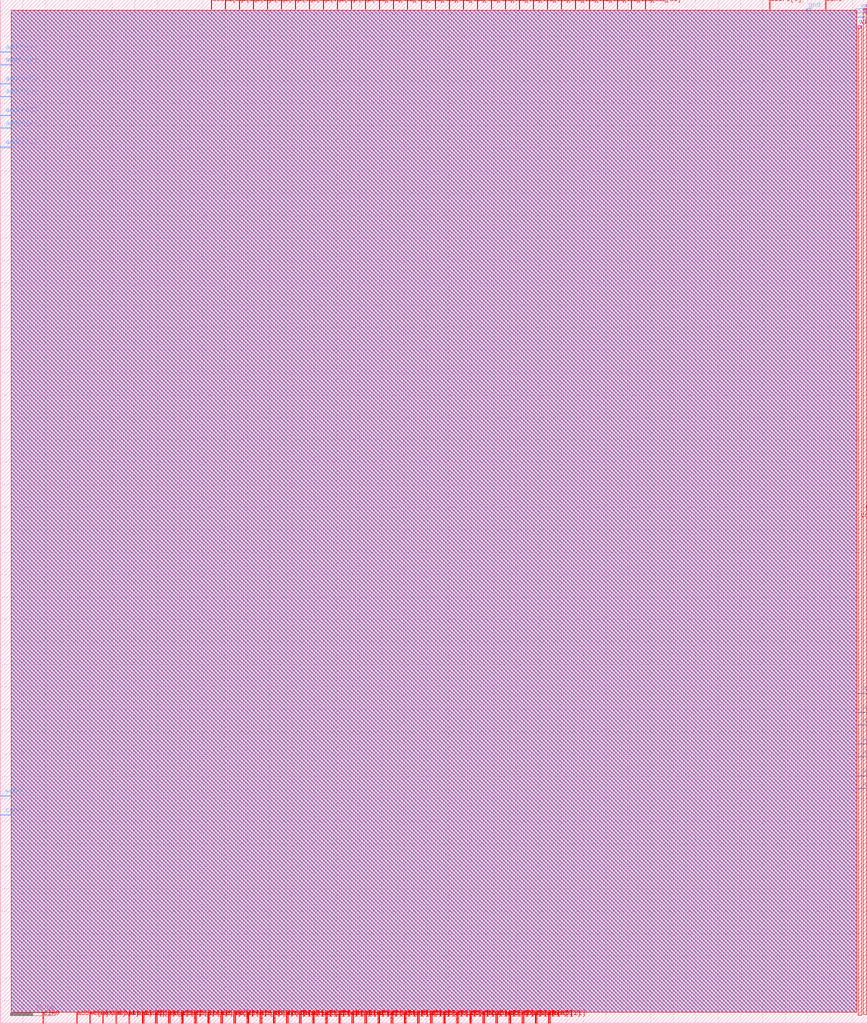
<source format=lef>
VERSION 5.7 ;
  NOWIREEXTENSIONATPIN ON ;
  DIVIDERCHAR "/" ;
  BUSBITCHARS "[]" ;
MACRO sram_1rw1r_32_256_8_sky130
  CLASS BLOCK ;
  FOREIGN sram_1rw1r_32_256_8_sky130 ;
  ORIGIN 0.000 0.000 ;
  SIZE 386.480 BY 456.235 ;
  SYMMETRY X Y R90 ;
  PIN din0[0]
    DIRECTION INPUT ;
    ANTENNAGATEAREA 0.600000 ;
    PORT
      LAYER met4 ;
        RECT 63.210000 0.000000 63.510000 4.600000 ;
    END
  END din0[0]

  PIN din0[1]
    DIRECTION INPUT ;
    ANTENNAGATEAREA 0.600000 ;
    PORT
      LAYER met4 ;
        RECT 69.050000 0.000000 69.350000 4.600000 ;
    END
  END din0[1]

  PIN din0[2]
    DIRECTION INPUT ;
    ANTENNAGATEAREA 0.600000 ;
    PORT
      LAYER met4 ;
        RECT 74.890000 0.000000 75.190000 4.600000 ;
    END
  END din0[2]

  PIN din0[3]
    DIRECTION INPUT ;
    ANTENNAGATEAREA 0.600000 ;
    PORT
      LAYER met4 ;
        RECT 80.730000 0.000000 81.030000 4.600000 ;
    END
  END din0[3]

  PIN din0[4]
    DIRECTION INPUT ;
    ANTENNAGATEAREA 0.600000 ;
    PORT
      LAYER met4 ;
        RECT 86.570000 0.000000 86.870000 4.600000 ;
    END
  END din0[4]

  PIN din0[5]
    DIRECTION INPUT ;
    ANTENNAGATEAREA 0.600000 ;
    PORT
      LAYER met4 ;
        RECT 92.410000 0.000000 92.710000 4.600000 ;
    END
  END din0[5]

  PIN din0[6]
    DIRECTION INPUT ;
    ANTENNAGATEAREA 0.600000 ;
    PORT
      LAYER met4 ;
        RECT 98.250000 0.000000 98.550000 4.600000 ;
    END
  END din0[6]

  PIN din0[7]
    DIRECTION INPUT ;
    ANTENNAGATEAREA 0.600000 ;
    PORT
      LAYER met4 ;
        RECT 104.090000 0.000000 104.390000 4.600000 ;
    END
  END din0[7]

  PIN din0[8]
    DIRECTION INPUT ;
    ANTENNAGATEAREA 0.600000 ;
    PORT
      LAYER met4 ;
        RECT 109.930000 0.000000 110.230000 4.600000 ;
    END
  END din0[8]

  PIN din0[9]
    DIRECTION INPUT ;
    ANTENNAGATEAREA 0.600000 ;
    PORT
      LAYER met4 ;
        RECT 115.770000 0.000000 116.070000 4.600000 ;
    END
  END din0[9]

  PIN din0[10]
    DIRECTION INPUT ;
    ANTENNAGATEAREA 0.600000 ;
    PORT
      LAYER met4 ;
        RECT 121.610000 0.000000 121.910000 4.600000 ;
    END
  END din0[10]

  PIN din0[11]
    DIRECTION INPUT ;
    ANTENNAGATEAREA 0.600000 ;
    PORT
      LAYER met4 ;
        RECT 127.450000 0.000000 127.750000 4.600000 ;
    END
  END din0[11]

  PIN din0[12]
    DIRECTION INPUT ;
    ANTENNAGATEAREA 0.600000 ;
    PORT
      LAYER met4 ;
        RECT 133.290000 0.000000 133.590000 4.600000 ;
    END
  END din0[12]

  PIN din0[13]
    DIRECTION INPUT ;
    ANTENNAGATEAREA 0.600000 ;
    PORT
      LAYER met4 ;
        RECT 139.130000 0.000000 139.430000 4.600000 ;
    END
  END din0[13]

  PIN din0[14]
    DIRECTION INPUT ;
    ANTENNAGATEAREA 0.600000 ;
    PORT
      LAYER met4 ;
        RECT 144.970000 0.000000 145.270000 4.600000 ;
    END
  END din0[14]

  PIN din0[15]
    DIRECTION INPUT ;
    ANTENNAGATEAREA 0.600000 ;
    PORT
      LAYER met4 ;
        RECT 150.810000 0.000000 151.110000 4.600000 ;
    END
  END din0[15]

  PIN din0[16]
    DIRECTION INPUT ;
    ANTENNAGATEAREA 0.600000 ;
    PORT
      LAYER met4 ;
        RECT 156.650000 0.000000 156.950000 4.600000 ;
    END
  END din0[16]

  PIN din0[17]
    DIRECTION INPUT ;
    ANTENNAGATEAREA 0.600000 ;
    PORT
      LAYER met4 ;
        RECT 162.490000 0.000000 162.790000 4.600000 ;
    END
  END din0[17]

  PIN din0[18]
    DIRECTION INPUT ;
    ANTENNAGATEAREA 0.600000 ;
    PORT
      LAYER met4 ;
        RECT 168.330000 0.000000 168.630000 4.600000 ;
    END
  END din0[18]

  PIN din0[19]
    DIRECTION INPUT ;
    ANTENNAGATEAREA 0.600000 ;
    PORT
      LAYER met4 ;
        RECT 174.170000 0.000000 174.470000 4.600000 ;
    END
  END din0[19]

  PIN din0[20]
    DIRECTION INPUT ;
    ANTENNAGATEAREA 0.600000 ;
    PORT
      LAYER met4 ;
        RECT 180.010000 0.000000 180.310000 4.600000 ;
    END
  END din0[20]

  PIN din0[21]
    DIRECTION INPUT ;
    ANTENNAGATEAREA 0.600000 ;
    PORT
      LAYER met4 ;
        RECT 185.850000 0.000000 186.150000 4.600000 ;
    END
  END din0[21]

  PIN din0[22]
    DIRECTION INPUT ;
    ANTENNAGATEAREA 0.600000 ;
    PORT
      LAYER met4 ;
        RECT 191.690000 0.000000 191.990000 4.600000 ;
    END
  END din0[22]

  PIN din0[23]
    DIRECTION INPUT ;
    ANTENNAGATEAREA 0.600000 ;
    PORT
      LAYER met4 ;
        RECT 197.530000 0.000000 197.830000 4.600000 ;
    END
  END din0[23]

  PIN din0[24]
    DIRECTION INPUT ;
    ANTENNAGATEAREA 0.600000 ;
    PORT
      LAYER met4 ;
        RECT 203.370000 0.000000 203.670000 4.600000 ;
    END
  END din0[24]

  PIN din0[25]
    DIRECTION INPUT ;
    ANTENNAGATEAREA 0.600000 ;
    PORT
      LAYER met4 ;
        RECT 209.210000 0.000000 209.510000 4.600000 ;
    END
  END din0[25]

  PIN din0[26]
    DIRECTION INPUT ;
    ANTENNAGATEAREA 0.600000 ;
    PORT
      LAYER met4 ;
        RECT 215.050000 0.000000 215.350000 4.600000 ;
    END
  END din0[26]

  PIN din0[27]
    DIRECTION INPUT ;
    ANTENNAGATEAREA 0.600000 ;
    PORT
      LAYER met4 ;
        RECT 220.890000 0.000000 221.190000 4.600000 ;
    END
  END din0[27]

  PIN din0[28]
    DIRECTION INPUT ;
    ANTENNAGATEAREA 0.600000 ;
    PORT
      LAYER met4 ;
        RECT 226.730000 0.000000 227.030000 4.600000 ;
    END
  END din0[28]

  PIN din0[29]
    DIRECTION INPUT ;
    ANTENNAGATEAREA 0.600000 ;
    PORT
      LAYER met4 ;
        RECT 232.570000 0.000000 232.870000 4.600000 ;
    END
  END din0[29]

  PIN din0[30]
    DIRECTION INPUT ;
    ANTENNAGATEAREA 0.600000 ;
    PORT
      LAYER met4 ;
        RECT 238.410000 0.000000 238.710000 4.600000 ;
    END
  END din0[30]

  PIN din0[31]
    DIRECTION INPUT ;
    ANTENNAGATEAREA 0.600000 ;
    PORT
      LAYER met4 ;
        RECT 244.250000 0.000000 244.550000 4.600000 ;
    END
  END din0[31]

  PIN addr0[0]
    DIRECTION INPUT ;
    ANTENNAGATEAREA 0.600000 ;
    PORT
      LAYER met4 ;
        RECT 34.010000 0.000000 34.310000 4.600000 ;
    END
  END addr0[0]

  PIN addr0[1]
    DIRECTION INPUT ;
    ANTENNAGATEAREA 0.600000 ;
    PORT
      LAYER met3 ;
        RECT 0.000000 390.365000 4.600000 390.665000 ;
    END
  END addr0[1]

  PIN addr0[2]
    DIRECTION INPUT ;
    ANTENNAGATEAREA 0.600000 ;
    PORT
      LAYER met3 ;
        RECT 0.000000 398.865000 4.600000 399.165000 ;
    END
  END addr0[2]

  PIN addr0[3]
    DIRECTION INPUT ;
    ANTENNAGATEAREA 0.600000 ;
    PORT
      LAYER met3 ;
        RECT 0.000000 404.505000 4.600000 404.805000 ;
    END
  END addr0[3]

  PIN addr0[4]
    DIRECTION INPUT ;
    ANTENNAGATEAREA 0.600000 ;
    PORT
      LAYER met3 ;
        RECT 0.000000 413.005000 4.600000 413.305000 ;
    END
  END addr0[4]

  PIN addr0[5]
    DIRECTION INPUT ;
    ANTENNAGATEAREA 0.600000 ;
    PORT
      LAYER met3 ;
        RECT 0.000000 418.645000 4.600000 418.945000 ;
    END
  END addr0[5]

  PIN addr0[6]
    DIRECTION INPUT ;
    ANTENNAGATEAREA 0.600000 ;
    PORT
      LAYER met3 ;
        RECT 0.000000 427.145000 4.600000 427.445000 ;
    END
  END addr0[6]

  PIN addr0[7]
    DIRECTION INPUT ;
    ANTENNAGATEAREA 0.600000 ;
    PORT
      LAYER met3 ;
        RECT 0.000000 432.785000 4.600000 433.085000 ;
    END
  END addr0[7]

  PIN addr1[0]
    DIRECTION INPUT ;
    ANTENNAGATEAREA 0.600000 ;
    PORT
      LAYER met4 ;
        RECT 342.890000 452.035000 343.190000 456.235000 ;
    END
  END addr1[0]

  PIN addr1[1]
    DIRECTION INPUT ;
    ANTENNAGATEAREA 0.600000 ;
    PORT
      LAYER met3 ;
        RECT 382.180000 146.910000 386.480000 147.210000 ;
    END
  END addr1[1]

  PIN addr1[2]
    DIRECTION INPUT ;
    ANTENNAGATEAREA 0.600000 ;
    PORT
      LAYER met3 ;
        RECT 382.180000 138.410000 386.480000 138.710000 ;
    END
  END addr1[2]

  PIN addr1[3]
    DIRECTION INPUT ;
    ANTENNAGATEAREA 0.600000 ;
    PORT
      LAYER met3 ;
        RECT 382.180000 132.770000 386.480000 133.070000 ;
    END
  END addr1[3]

  PIN addr1[4]
    DIRECTION INPUT ;
    ANTENNAGATEAREA 0.600000 ;
    PORT
      LAYER met3 ;
        RECT 382.180000 124.270000 386.480000 124.570000 ;
    END
  END addr1[4]

  PIN addr1[5]
    DIRECTION INPUT ;
    ANTENNAGATEAREA 0.600000 ;
    PORT
      LAYER met3 ;
        RECT 382.180000 118.630000 386.480000 118.930000 ;
    END
  END addr1[5]

  PIN addr1[6]
    DIRECTION INPUT ;
    ANTENNAGATEAREA 0.600000 ;
    PORT
      LAYER met3 ;
        RECT 382.180000 110.130000 386.480000 110.430000 ;
    END
  END addr1[6]

  PIN addr1[7]
    DIRECTION INPUT ;
    ANTENNAGATEAREA 0.600000 ;
    PORT
      LAYER met3 ;
        RECT 382.180000 104.490000 386.480000 104.790000 ;
    END
  END addr1[7]

  PIN csb0
    DIRECTION INPUT ;
    ANTENNAGATEAREA 0.600000 ;
    PORT
      LAYER met3 ;
        RECT 0.000000 92.625000 4.600000 92.925000 ;
    END
  END csb0

  PIN csb1
    DIRECTION INPUT ;
    ANTENNAGATEAREA 0.600000 ;
    PORT
      LAYER met3 ;
        RECT 382.180000 448.265000 386.480000 448.565000 ;
    END
  END csb1

  PIN web0
    DIRECTION INPUT ;
    ANTENNAGATEAREA 0.600000 ;
    PORT
      LAYER met3 ;
        RECT 0.000000 101.125000 4.600000 101.425000 ;
    END
  END web0

  PIN clk0
    DIRECTION INPUT ;
    ANTENNAGATEAREA 0.222000 ;
    PORT
      LAYER met4 ;
        RECT 19.015000 0.000000 19.315000 4.600000 ;
    END
  END clk0

  PIN clk1
    DIRECTION INPUT ;
    ANTENNAGATEAREA 0.222000 ;
    PORT
      LAYER met4 ;
        RECT 367.865000 452.035000 368.165000 456.235000 ;
    END
  END clk1

  PIN wmask0[0]
    DIRECTION INPUT ;
    ANTENNAGATEAREA 0.600000 ;
    PORT
      LAYER met4 ;
        RECT 39.850000 0.000000 40.150000 4.600000 ;
    END
  END wmask0[0]

  PIN wmask0[1]
    DIRECTION INPUT ;
    ANTENNAGATEAREA 0.600000 ;
    PORT
      LAYER met4 ;
        RECT 45.690000 0.000000 45.990000 4.600000 ;
    END
  END wmask0[1]

  PIN wmask0[2]
    DIRECTION INPUT ;
    ANTENNAGATEAREA 0.600000 ;
    PORT
      LAYER met4 ;
        RECT 51.530000 0.000000 51.830000 4.600000 ;
    END
  END wmask0[2]

  PIN wmask0[3]
    DIRECTION INPUT ;
    ANTENNAGATEAREA 0.600000 ;
    PORT
      LAYER met4 ;
        RECT 57.370000 0.000000 57.670000 4.600000 ;
    END
  END wmask0[3]

  PIN dout0[0]
    DIRECTION OUTPUT ;
    ANTENNADIFFAREA 0.553900 ;
    PORT
      LAYER met4 ;
        RECT 63.830000 0.000000 64.130000 4.600000 ;
    END
  END dout0[0]

  PIN dout0[1]
    DIRECTION OUTPUT ;
    ANTENNADIFFAREA 0.553900 ;
    PORT
      LAYER met4 ;
        RECT 69.670000 0.000000 69.970000 4.600000 ;
    END
  END dout0[1]

  PIN dout0[2]
    DIRECTION OUTPUT ;
    ANTENNADIFFAREA 0.553900 ;
    PORT
      LAYER met4 ;
        RECT 75.510000 0.000000 75.810000 4.600000 ;
    END
  END dout0[2]

  PIN dout0[3]
    DIRECTION OUTPUT ;
    ANTENNADIFFAREA 0.553900 ;
    PORT
      LAYER met4 ;
        RECT 81.350000 0.000000 81.650000 4.600000 ;
    END
  END dout0[3]

  PIN dout0[4]
    DIRECTION OUTPUT ;
    ANTENNADIFFAREA 0.553900 ;
    PORT
      LAYER met4 ;
        RECT 87.190000 0.000000 87.490000 4.600000 ;
    END
  END dout0[4]

  PIN dout0[5]
    DIRECTION OUTPUT ;
    ANTENNADIFFAREA 0.553900 ;
    PORT
      LAYER met4 ;
        RECT 93.030000 0.000000 93.330000 4.600000 ;
    END
  END dout0[5]

  PIN dout0[6]
    DIRECTION OUTPUT ;
    ANTENNADIFFAREA 0.553900 ;
    PORT
      LAYER met4 ;
        RECT 98.870000 0.000000 99.170000 4.600000 ;
    END
  END dout0[6]

  PIN dout0[7]
    DIRECTION OUTPUT ;
    ANTENNADIFFAREA 0.553900 ;
    PORT
      LAYER met4 ;
        RECT 104.710000 0.000000 105.010000 4.600000 ;
    END
  END dout0[7]

  PIN dout0[8]
    DIRECTION OUTPUT ;
    ANTENNADIFFAREA 0.553900 ;
    PORT
      LAYER met4 ;
        RECT 110.550000 0.000000 110.850000 4.600000 ;
    END
  END dout0[8]

  PIN dout0[9]
    DIRECTION OUTPUT ;
    ANTENNADIFFAREA 0.553900 ;
    PORT
      LAYER met4 ;
        RECT 116.390000 0.000000 116.690000 4.600000 ;
    END
  END dout0[9]

  PIN dout0[10]
    DIRECTION OUTPUT ;
    ANTENNADIFFAREA 0.553900 ;
    PORT
      LAYER met4 ;
        RECT 122.230000 0.000000 122.530000 4.600000 ;
    END
  END dout0[10]

  PIN dout0[11]
    DIRECTION OUTPUT ;
    ANTENNADIFFAREA 0.553900 ;
    PORT
      LAYER met4 ;
        RECT 128.070000 0.000000 128.370000 4.600000 ;
    END
  END dout0[11]

  PIN dout0[12]
    DIRECTION OUTPUT ;
    ANTENNADIFFAREA 0.553900 ;
    PORT
      LAYER met4 ;
        RECT 133.910000 0.000000 134.210000 4.600000 ;
    END
  END dout0[12]

  PIN dout0[13]
    DIRECTION OUTPUT ;
    ANTENNADIFFAREA 0.553900 ;
    PORT
      LAYER met4 ;
        RECT 139.750000 0.000000 140.050000 4.600000 ;
    END
  END dout0[13]

  PIN dout0[14]
    DIRECTION OUTPUT ;
    ANTENNADIFFAREA 0.553900 ;
    PORT
      LAYER met4 ;
        RECT 145.590000 0.000000 145.890000 4.600000 ;
    END
  END dout0[14]

  PIN dout0[15]
    DIRECTION OUTPUT ;
    ANTENNADIFFAREA 0.553900 ;
    PORT
      LAYER met4 ;
        RECT 151.430000 0.000000 151.730000 4.600000 ;
    END
  END dout0[15]

  PIN dout0[16]
    DIRECTION OUTPUT ;
    ANTENNADIFFAREA 0.553900 ;
    PORT
      LAYER met4 ;
        RECT 157.270000 0.000000 157.570000 4.600000 ;
    END
  END dout0[16]

  PIN dout0[17]
    DIRECTION OUTPUT ;
    ANTENNADIFFAREA 0.553900 ;
    PORT
      LAYER met4 ;
        RECT 163.110000 0.000000 163.410000 4.600000 ;
    END
  END dout0[17]

  PIN dout0[18]
    DIRECTION OUTPUT ;
    ANTENNADIFFAREA 0.553900 ;
    PORT
      LAYER met4 ;
        RECT 168.950000 0.000000 169.250000 4.600000 ;
    END
  END dout0[18]

  PIN dout0[19]
    DIRECTION OUTPUT ;
    ANTENNADIFFAREA 0.553900 ;
    PORT
      LAYER met4 ;
        RECT 174.790000 0.000000 175.090000 4.600000 ;
    END
  END dout0[19]

  PIN dout0[20]
    DIRECTION OUTPUT ;
    ANTENNADIFFAREA 0.553900 ;
    PORT
      LAYER met4 ;
        RECT 180.630000 0.000000 180.930000 4.600000 ;
    END
  END dout0[20]

  PIN dout0[21]
    DIRECTION OUTPUT ;
    ANTENNADIFFAREA 0.553900 ;
    PORT
      LAYER met4 ;
        RECT 186.470000 0.000000 186.770000 4.600000 ;
    END
  END dout0[21]

  PIN dout0[22]
    DIRECTION OUTPUT ;
    ANTENNADIFFAREA 0.553900 ;
    PORT
      LAYER met4 ;
        RECT 192.310000 0.000000 192.610000 4.600000 ;
    END
  END dout0[22]

  PIN dout0[23]
    DIRECTION OUTPUT ;
    ANTENNADIFFAREA 0.553900 ;
    PORT
      LAYER met4 ;
        RECT 198.150000 0.000000 198.450000 4.600000 ;
    END
  END dout0[23]

  PIN dout0[24]
    DIRECTION OUTPUT ;
    ANTENNADIFFAREA 0.553900 ;
    PORT
      LAYER met4 ;
        RECT 203.990000 0.000000 204.290000 4.600000 ;
    END
  END dout0[24]

  PIN dout0[25]
    DIRECTION OUTPUT ;
    ANTENNADIFFAREA 0.553900 ;
    PORT
      LAYER met4 ;
        RECT 209.830000 0.000000 210.130000 4.600000 ;
    END
  END dout0[25]

  PIN dout0[26]
    DIRECTION OUTPUT ;
    ANTENNADIFFAREA 0.553900 ;
    PORT
      LAYER met4 ;
        RECT 215.670000 0.000000 215.970000 4.600000 ;
    END
  END dout0[26]

  PIN dout0[27]
    DIRECTION OUTPUT ;
    ANTENNADIFFAREA 0.553900 ;
    PORT
      LAYER met4 ;
        RECT 221.510000 0.000000 221.810000 4.600000 ;
    END
  END dout0[27]

  PIN dout0[28]
    DIRECTION OUTPUT ;
    ANTENNADIFFAREA 0.553900 ;
    PORT
      LAYER met4 ;
        RECT 227.350000 0.000000 227.650000 4.600000 ;
    END
  END dout0[28]

  PIN dout0[29]
    DIRECTION OUTPUT ;
    ANTENNADIFFAREA 0.553900 ;
    PORT
      LAYER met4 ;
        RECT 233.190000 0.000000 233.490000 4.600000 ;
    END
  END dout0[29]

  PIN dout0[30]
    DIRECTION OUTPUT ;
    ANTENNADIFFAREA 0.553900 ;
    PORT
      LAYER met4 ;
        RECT 239.030000 0.000000 239.330000 4.600000 ;
    END
  END dout0[30]

  PIN dout0[31]
    DIRECTION OUTPUT ;
    ANTENNADIFFAREA 0.553900 ;
    PORT
      LAYER met4 ;
        RECT 244.870000 0.000000 245.170000 4.600000 ;
    END
  END dout0[31]

  PIN dout1[0]
    DIRECTION OUTPUT ;
    ANTENNADIFFAREA 0.553900 ;
    PORT
      LAYER met4 ;
        RECT 94.025000 452.035000 94.325000 456.235000 ;
    END
  END dout1[0]

  PIN dout1[1]
    DIRECTION OUTPUT ;
    ANTENNADIFFAREA 0.553900 ;
    PORT
      LAYER met4 ;
        RECT 100.265000 452.035000 100.565000 456.235000 ;
    END
  END dout1[1]

  PIN dout1[2]
    DIRECTION OUTPUT ;
    ANTENNADIFFAREA 0.553900 ;
    PORT
      LAYER met4 ;
        RECT 106.505000 452.035000 106.805000 456.235000 ;
    END
  END dout1[2]

  PIN dout1[3]
    DIRECTION OUTPUT ;
    ANTENNADIFFAREA 0.553900 ;
    PORT
      LAYER met4 ;
        RECT 112.745000 452.035000 113.045000 456.235000 ;
    END
  END dout1[3]

  PIN dout1[4]
    DIRECTION OUTPUT ;
    ANTENNADIFFAREA 0.553900 ;
    PORT
      LAYER met4 ;
        RECT 118.985000 452.035000 119.285000 456.235000 ;
    END
  END dout1[4]

  PIN dout1[5]
    DIRECTION OUTPUT ;
    ANTENNADIFFAREA 0.553900 ;
    PORT
      LAYER met4 ;
        RECT 125.225000 452.035000 125.525000 456.235000 ;
    END
  END dout1[5]

  PIN dout1[6]
    DIRECTION OUTPUT ;
    ANTENNADIFFAREA 0.553900 ;
    PORT
      LAYER met4 ;
        RECT 131.465000 452.035000 131.765000 456.235000 ;
    END
  END dout1[6]

  PIN dout1[7]
    DIRECTION OUTPUT ;
    ANTENNADIFFAREA 0.553900 ;
    PORT
      LAYER met4 ;
        RECT 137.705000 452.035000 138.005000 456.235000 ;
    END
  END dout1[7]

  PIN dout1[8]
    DIRECTION OUTPUT ;
    ANTENNADIFFAREA 0.553900 ;
    PORT
      LAYER met4 ;
        RECT 143.945000 452.035000 144.245000 456.235000 ;
    END
  END dout1[8]

  PIN dout1[9]
    DIRECTION OUTPUT ;
    ANTENNADIFFAREA 0.553900 ;
    PORT
      LAYER met4 ;
        RECT 150.185000 452.035000 150.485000 456.235000 ;
    END
  END dout1[9]

  PIN dout1[10]
    DIRECTION OUTPUT ;
    ANTENNADIFFAREA 0.553900 ;
    PORT
      LAYER met4 ;
        RECT 156.425000 452.035000 156.725000 456.235000 ;
    END
  END dout1[10]

  PIN dout1[11]
    DIRECTION OUTPUT ;
    ANTENNADIFFAREA 0.553900 ;
    PORT
      LAYER met4 ;
        RECT 162.665000 452.035000 162.965000 456.235000 ;
    END
  END dout1[11]

  PIN dout1[12]
    DIRECTION OUTPUT ;
    ANTENNADIFFAREA 0.553900 ;
    PORT
      LAYER met4 ;
        RECT 168.905000 452.035000 169.205000 456.235000 ;
    END
  END dout1[12]

  PIN dout1[13]
    DIRECTION OUTPUT ;
    ANTENNADIFFAREA 0.553900 ;
    PORT
      LAYER met4 ;
        RECT 175.145000 452.035000 175.445000 456.235000 ;
    END
  END dout1[13]

  PIN dout1[14]
    DIRECTION OUTPUT ;
    ANTENNADIFFAREA 0.553900 ;
    PORT
      LAYER met4 ;
        RECT 181.385000 452.035000 181.685000 456.235000 ;
    END
  END dout1[14]

  PIN dout1[15]
    DIRECTION OUTPUT ;
    ANTENNADIFFAREA 0.553900 ;
    PORT
      LAYER met4 ;
        RECT 187.625000 452.035000 187.925000 456.235000 ;
    END
  END dout1[15]

  PIN dout1[16]
    DIRECTION OUTPUT ;
    ANTENNADIFFAREA 0.553900 ;
    PORT
      LAYER met4 ;
        RECT 193.865000 452.035000 194.165000 456.235000 ;
    END
  END dout1[16]

  PIN dout1[17]
    DIRECTION OUTPUT ;
    ANTENNADIFFAREA 0.553900 ;
    PORT
      LAYER met4 ;
        RECT 200.105000 452.035000 200.405000 456.235000 ;
    END
  END dout1[17]

  PIN dout1[18]
    DIRECTION OUTPUT ;
    ANTENNADIFFAREA 0.553900 ;
    PORT
      LAYER met4 ;
        RECT 206.345000 452.035000 206.645000 456.235000 ;
    END
  END dout1[18]

  PIN dout1[19]
    DIRECTION OUTPUT ;
    ANTENNADIFFAREA 0.553900 ;
    PORT
      LAYER met4 ;
        RECT 212.585000 452.035000 212.885000 456.235000 ;
    END
  END dout1[19]

  PIN dout1[20]
    DIRECTION OUTPUT ;
    ANTENNADIFFAREA 0.553900 ;
    PORT
      LAYER met4 ;
        RECT 218.825000 452.035000 219.125000 456.235000 ;
    END
  END dout1[20]

  PIN dout1[21]
    DIRECTION OUTPUT ;
    ANTENNADIFFAREA 0.553900 ;
    PORT
      LAYER met4 ;
        RECT 225.065000 452.035000 225.365000 456.235000 ;
    END
  END dout1[21]

  PIN dout1[22]
    DIRECTION OUTPUT ;
    ANTENNADIFFAREA 0.553900 ;
    PORT
      LAYER met4 ;
        RECT 231.305000 452.035000 231.605000 456.235000 ;
    END
  END dout1[22]

  PIN dout1[23]
    DIRECTION OUTPUT ;
    ANTENNADIFFAREA 0.553900 ;
    PORT
      LAYER met4 ;
        RECT 237.545000 452.035000 237.845000 456.235000 ;
    END
  END dout1[23]

  PIN dout1[24]
    DIRECTION OUTPUT ;
    ANTENNADIFFAREA 0.553900 ;
    PORT
      LAYER met4 ;
        RECT 243.785000 452.035000 244.085000 456.235000 ;
    END
  END dout1[24]

  PIN dout1[25]
    DIRECTION OUTPUT ;
    ANTENNADIFFAREA 0.553900 ;
    PORT
      LAYER met4 ;
        RECT 250.025000 452.035000 250.325000 456.235000 ;
    END
  END dout1[25]

  PIN dout1[26]
    DIRECTION OUTPUT ;
    ANTENNADIFFAREA 0.553900 ;
    PORT
      LAYER met4 ;
        RECT 256.265000 452.035000 256.565000 456.235000 ;
    END
  END dout1[26]

  PIN dout1[27]
    DIRECTION OUTPUT ;
    ANTENNADIFFAREA 0.553900 ;
    PORT
      LAYER met4 ;
        RECT 262.505000 452.035000 262.805000 456.235000 ;
    END
  END dout1[27]

  PIN dout1[28]
    DIRECTION OUTPUT ;
    ANTENNADIFFAREA 0.553900 ;
    PORT
      LAYER met4 ;
        RECT 268.745000 452.035000 269.045000 456.235000 ;
    END
  END dout1[28]

  PIN dout1[29]
    DIRECTION OUTPUT ;
    ANTENNADIFFAREA 0.553900 ;
    PORT
      LAYER met4 ;
        RECT 274.985000 452.035000 275.285000 456.235000 ;
    END
  END dout1[29]

  PIN dout1[30]
    DIRECTION OUTPUT ;
    ANTENNADIFFAREA 0.553900 ;
    PORT
      LAYER met4 ;
        RECT 281.225000 452.035000 281.525000 456.235000 ;
    END
  END dout1[30]

  PIN dout1[31]
    DIRECTION OUTPUT ;
    ANTENNADIFFAREA 0.553900 ;
    PORT
      LAYER met4 ;
        RECT 287.465000 452.035000 287.765000 456.235000 ;
    END
  END dout1[31]

  PIN vdd
    DIRECTION INOUT ;
    USE POWER ;
    PORT
      LAYER met3 ;
        RECT 381.040 443.600 384.050 444.660 ;
      LAYER via3 ;
        RECT 382.500 443.620 384.020 444.630 ;
      LAYER met4 ;
        RECT 382.470 3.670 384.070 444.680 ;
    END
  END vdd

  PIN gnd
    DIRECTION INOUT ;
    USE GROUND ;
    PORT
      LAYER met3 ;
        RECT 359.280 451.080 361.020 452.140 ;
    END
    PORT
      LAYER met3 ;
        RECT 381.040 450.400 386.300 452.140 ;
      LAYER via3 ;
        RECT 384.720 450.440 386.240 452.050 ;
      LAYER met4 ;
        RECT 384.690 4.060 386.310 452.140 ;
    END
  END gnd

  OBS
     LAYER li1 ;
       RECT 5.000 5.000 381.780 451.535 ;
     LAYER met1 ;
       RECT 5.000 5.000 381.780 451.535 ;
     LAYER met2 ;
       RECT 5.000 5.000 381.780 451.535 ;
     LAYER met3 ;
       RECT 5.000 5.000 381.780 451.535 ;
     LAYER met4 ;
       RECT 5.000 5.000 381.780 451.535 ;
  END
END sram_1rw1r_32_256_8_sky130
END LIBRARY


</source>
